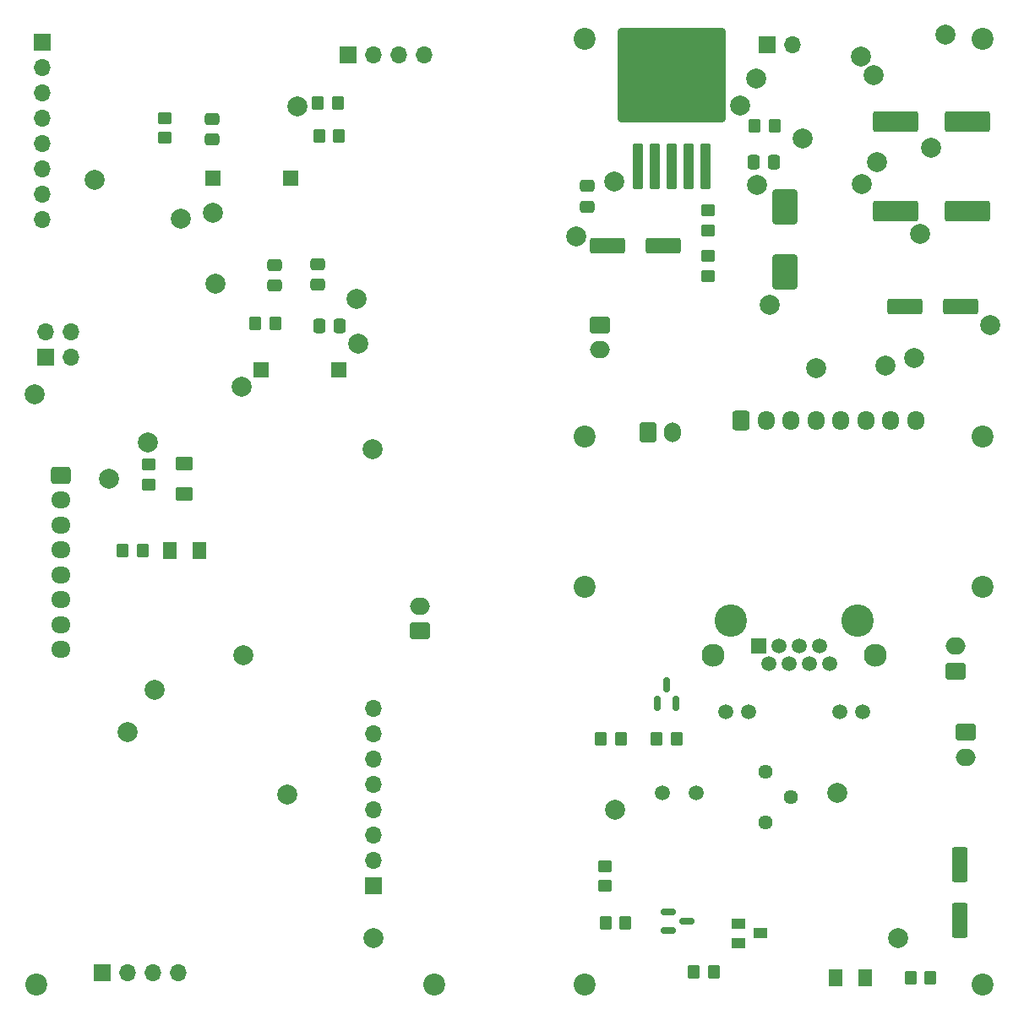
<source format=gbr>
%TF.GenerationSoftware,KiCad,Pcbnew,7.0.9*%
%TF.CreationDate,2023-11-16T02:53:52-05:00*%
%TF.ProjectId,SmartbikeALL,536d6172-7462-4696-9b65-414c4c2e6b69,rev?*%
%TF.SameCoordinates,Original*%
%TF.FileFunction,Soldermask,Top*%
%TF.FilePolarity,Negative*%
%FSLAX46Y46*%
G04 Gerber Fmt 4.6, Leading zero omitted, Abs format (unit mm)*
G04 Created by KiCad (PCBNEW 7.0.9) date 2023-11-16 02:53:52*
%MOMM*%
%LPD*%
G01*
G04 APERTURE LIST*
G04 Aperture macros list*
%AMRoundRect*
0 Rectangle with rounded corners*
0 $1 Rounding radius*
0 $2 $3 $4 $5 $6 $7 $8 $9 X,Y pos of 4 corners*
0 Add a 4 corners polygon primitive as box body*
4,1,4,$2,$3,$4,$5,$6,$7,$8,$9,$2,$3,0*
0 Add four circle primitives for the rounded corners*
1,1,$1+$1,$2,$3*
1,1,$1+$1,$4,$5*
1,1,$1+$1,$6,$7*
1,1,$1+$1,$8,$9*
0 Add four rect primitives between the rounded corners*
20,1,$1+$1,$2,$3,$4,$5,0*
20,1,$1+$1,$4,$5,$6,$7,0*
20,1,$1+$1,$6,$7,$8,$9,0*
20,1,$1+$1,$8,$9,$2,$3,0*%
G04 Aperture macros list end*
%ADD10C,2.200000*%
%ADD11RoundRect,0.250000X-1.000000X1.500000X-1.000000X-1.500000X1.000000X-1.500000X1.000000X1.500000X0*%
%ADD12RoundRect,0.150000X-0.587500X-0.150000X0.587500X-0.150000X0.587500X0.150000X-0.587500X0.150000X0*%
%ADD13C,3.250000*%
%ADD14R,1.500000X1.500000*%
%ADD15C,1.500000*%
%ADD16C,2.300000*%
%ADD17R,1.700000X1.700000*%
%ADD18O,1.700000X1.700000*%
%ADD19R,1.400000X1.000000*%
%ADD20C,1.440000*%
%ADD21RoundRect,0.250000X-0.450000X0.350000X-0.450000X-0.350000X0.450000X-0.350000X0.450000X0.350000X0*%
%ADD22RoundRect,0.250001X-1.999999X-0.799999X1.999999X-0.799999X1.999999X0.799999X-1.999999X0.799999X0*%
%ADD23RoundRect,0.250000X0.475000X-0.337500X0.475000X0.337500X-0.475000X0.337500X-0.475000X-0.337500X0*%
%ADD24RoundRect,0.250000X-0.750000X0.600000X-0.750000X-0.600000X0.750000X-0.600000X0.750000X0.600000X0*%
%ADD25O,2.000000X1.700000*%
%ADD26RoundRect,0.250000X0.300000X-2.050000X0.300000X2.050000X-0.300000X2.050000X-0.300000X-2.050000X0*%
%ADD27RoundRect,0.250002X5.149998X-4.449998X5.149998X4.449998X-5.149998X4.449998X-5.149998X-4.449998X0*%
%ADD28RoundRect,0.250000X-1.500000X-0.550000X1.500000X-0.550000X1.500000X0.550000X-1.500000X0.550000X0*%
%ADD29RoundRect,0.250000X0.750000X-0.600000X0.750000X0.600000X-0.750000X0.600000X-0.750000X-0.600000X0*%
%ADD30RoundRect,0.250000X-0.725000X0.600000X-0.725000X-0.600000X0.725000X-0.600000X0.725000X0.600000X0*%
%ADD31O,1.950000X1.700000*%
%ADD32RoundRect,0.250000X-0.350000X-0.450000X0.350000X-0.450000X0.350000X0.450000X-0.350000X0.450000X0*%
%ADD33RoundRect,0.250000X0.350000X0.450000X-0.350000X0.450000X-0.350000X-0.450000X0.350000X-0.450000X0*%
%ADD34RoundRect,0.150000X0.150000X-0.587500X0.150000X0.587500X-0.150000X0.587500X-0.150000X-0.587500X0*%
%ADD35RoundRect,0.250001X-0.624999X0.462499X-0.624999X-0.462499X0.624999X-0.462499X0.624999X0.462499X0*%
%ADD36RoundRect,0.250001X0.462499X0.624999X-0.462499X0.624999X-0.462499X-0.624999X0.462499X-0.624999X0*%
%ADD37RoundRect,0.250000X-0.600000X-0.750000X0.600000X-0.750000X0.600000X0.750000X-0.600000X0.750000X0*%
%ADD38O,1.700000X2.000000*%
%ADD39RoundRect,0.250000X0.337500X0.475000X-0.337500X0.475000X-0.337500X-0.475000X0.337500X-0.475000X0*%
%ADD40RoundRect,0.250001X-0.462499X-0.624999X0.462499X-0.624999X0.462499X0.624999X-0.462499X0.624999X0*%
%ADD41RoundRect,0.250000X-0.600000X-0.725000X0.600000X-0.725000X0.600000X0.725000X-0.600000X0.725000X0*%
%ADD42O,1.700000X1.950000*%
%ADD43RoundRect,0.250000X0.550000X-1.500000X0.550000X1.500000X-0.550000X1.500000X-0.550000X-1.500000X0*%
%ADD44RoundRect,0.250000X-0.337500X-0.475000X0.337500X-0.475000X0.337500X0.475000X-0.337500X0.475000X0*%
%ADD45C,2.000000*%
G04 APERTURE END LIST*
D10*
%TO.C,H1*%
X117698000Y-121890000D03*
%TD*%
D11*
%TO.C,C7*%
X192714200Y-43933100D03*
X192714200Y-50433100D03*
%TD*%
D12*
%TO.C,Q1*%
X181038000Y-114560000D03*
X181038000Y-116460000D03*
X182913000Y-115510000D03*
%TD*%
D13*
%TO.C,J2*%
X187330000Y-85420000D03*
X200030000Y-85420000D03*
D14*
X190120000Y-87960000D03*
D15*
X191136000Y-89740000D03*
X192152000Y-87960000D03*
X193168000Y-89740000D03*
X194184000Y-87960000D03*
X195200000Y-89740000D03*
X196216000Y-87960000D03*
X197232000Y-89740000D03*
X186820000Y-94560000D03*
X189110000Y-94560000D03*
X198250000Y-94560000D03*
X200540000Y-94560000D03*
D16*
X185550000Y-88850000D03*
X201810000Y-88850000D03*
%TD*%
D10*
%TO.C,H3*%
X172698000Y-121890000D03*
%TD*%
D15*
%TO.C,R12*%
X183888000Y-102640000D03*
X180488000Y-102640000D03*
%TD*%
D17*
%TO.C,J3*%
X148988000Y-28690000D03*
D18*
X151528000Y-28690000D03*
X154068000Y-28690000D03*
X156608000Y-28690000D03*
%TD*%
D19*
%TO.C,Q2*%
X188058000Y-115790000D03*
X188058000Y-117690000D03*
X190258000Y-116740000D03*
%TD*%
D20*
%TO.C,RV1*%
X190778000Y-105600000D03*
X193318000Y-103060000D03*
X190778000Y-100520000D03*
%TD*%
D21*
%TO.C,R1*%
X184992600Y-44262600D03*
X184992600Y-46262600D03*
%TD*%
D22*
%TO.C,C9*%
X203820800Y-44297400D03*
X211020800Y-44297400D03*
%TD*%
D10*
%TO.C,H2*%
X157568000Y-121900000D03*
%TD*%
D23*
%TO.C,C1*%
X135328000Y-37167500D03*
X135328000Y-35092500D03*
%TD*%
D24*
%TO.C,JP1*%
X174223000Y-55716600D03*
D25*
X174223000Y-58216600D03*
%TD*%
D26*
%TO.C,U2*%
X177982200Y-39801600D03*
X179682200Y-39801600D03*
X181382200Y-39801600D03*
D27*
X181382200Y-30651600D03*
D26*
X183082200Y-39801600D03*
X184782200Y-39801600D03*
%TD*%
D28*
%TO.C,C12*%
X204722400Y-53924000D03*
X210322400Y-53924000D03*
%TD*%
D17*
%TO.C,J6*%
X124338000Y-120700000D03*
D18*
X126878000Y-120700000D03*
X129418000Y-120700000D03*
X131958000Y-120700000D03*
%TD*%
D24*
%TO.C,J1*%
X210838000Y-96600000D03*
D25*
X210838000Y-99100000D03*
%TD*%
D29*
%TO.C,J1*%
X156158000Y-86420000D03*
D25*
X156158000Y-83920000D03*
%TD*%
D17*
%TO.C,J5*%
X118288000Y-27360000D03*
D18*
X118288000Y-29900000D03*
X118288000Y-32440000D03*
X118288000Y-34980000D03*
X118288000Y-37520000D03*
X118288000Y-40060000D03*
X118288000Y-42600000D03*
X118288000Y-45140000D03*
%TD*%
D30*
%TO.C,JH1*%
X120208000Y-70800000D03*
D31*
X120208000Y-73300000D03*
X120208000Y-75800000D03*
X120208000Y-78300000D03*
X120208000Y-80800000D03*
X120208000Y-83300000D03*
X120208000Y-85800000D03*
X120208000Y-88300000D03*
%TD*%
D29*
%TO.C,JP1*%
X209848000Y-90470000D03*
D25*
X209848000Y-87970000D03*
%TD*%
D10*
%TO.C,H2*%
X212568000Y-82020000D03*
%TD*%
D32*
%TO.C,R2*%
X174768000Y-115690000D03*
X176768000Y-115690000D03*
%TD*%
D14*
%TO.C,SW2*%
X140238000Y-60230000D03*
X148038000Y-60230000D03*
%TD*%
D32*
%TO.C,R1*%
X126398900Y-78370000D03*
X128398900Y-78370000D03*
%TD*%
D21*
%TO.C,R2*%
X185018000Y-48825200D03*
X185018000Y-50825200D03*
%TD*%
D33*
%TO.C,R5*%
X147958000Y-33480000D03*
X145958000Y-33480000D03*
%TD*%
D34*
%TO.C,Q5*%
X179918000Y-93657500D03*
X181818000Y-93657500D03*
X180868000Y-91782500D03*
%TD*%
D23*
%TO.C,C2*%
X141600000Y-51802300D03*
X141600000Y-49727300D03*
%TD*%
D32*
%TO.C,R4*%
X139678000Y-55590000D03*
X141678000Y-55590000D03*
%TD*%
%TO.C,R10*%
X179868000Y-97270000D03*
X181868000Y-97270000D03*
%TD*%
D14*
%TO.C,SW1*%
X143238000Y-41050000D03*
X135438000Y-41050000D03*
%TD*%
D33*
%TO.C,R8*%
X207318000Y-121220000D03*
X205318000Y-121220000D03*
%TD*%
D23*
%TO.C,C3*%
X172902200Y-43861700D03*
X172902200Y-41786700D03*
%TD*%
D22*
%TO.C,C4*%
X203795400Y-35331200D03*
X210995400Y-35331200D03*
%TD*%
D35*
%TO.C,D2*%
X132528000Y-69675000D03*
X132528000Y-72650000D03*
%TD*%
D36*
%TO.C,D1*%
X134068000Y-78370000D03*
X131093000Y-78370000D03*
%TD*%
D10*
%TO.C,H2*%
X212577000Y-27025400D03*
%TD*%
D37*
%TO.C,J2*%
X178987400Y-66497000D03*
D38*
X181487400Y-66497000D03*
%TD*%
D10*
%TO.C,H1*%
X172699000Y-27025400D03*
%TD*%
%TO.C,H3*%
X172706000Y-66894000D03*
%TD*%
D17*
%TO.C,J4*%
X151488000Y-112010000D03*
D18*
X151488000Y-109470000D03*
X151488000Y-106930000D03*
X151488000Y-104390000D03*
X151488000Y-101850000D03*
X151488000Y-99310000D03*
X151488000Y-96770000D03*
X151488000Y-94230000D03*
%TD*%
D39*
%TO.C,C8*%
X191668900Y-39395200D03*
X189593900Y-39395200D03*
%TD*%
D10*
%TO.C,H4*%
X212578000Y-121890000D03*
%TD*%
D33*
%TO.C,R10*%
X148068000Y-36750000D03*
X146068000Y-36750000D03*
%TD*%
D40*
%TO.C,D1*%
X197783000Y-121170000D03*
X200758000Y-121170000D03*
%TD*%
D21*
%TO.C,R3*%
X128978000Y-69756200D03*
X128978000Y-71756200D03*
%TD*%
D10*
%TO.C,H4*%
X212576000Y-66894000D03*
%TD*%
D41*
%TO.C,J1*%
X188356800Y-65354000D03*
D42*
X190856800Y-65354000D03*
X193356800Y-65354000D03*
X195856800Y-65354000D03*
X198356800Y-65354000D03*
X200856800Y-65354000D03*
X203356800Y-65354000D03*
X205856800Y-65354000D03*
%TD*%
D23*
%TO.C,C3*%
X145918000Y-51730000D03*
X145918000Y-49655000D03*
%TD*%
D17*
%TO.C,J2*%
X118658000Y-58940000D03*
D18*
X118658000Y-56400000D03*
X121198000Y-58940000D03*
X121198000Y-56400000D03*
%TD*%
D32*
%TO.C,R9*%
X174318000Y-97270000D03*
X176318000Y-97270000D03*
%TD*%
D33*
%TO.C,R3*%
X191707600Y-35763000D03*
X189707600Y-35763000D03*
%TD*%
D43*
%TO.C,C2*%
X210268000Y-115420000D03*
X210268000Y-109820000D03*
%TD*%
D10*
%TO.C,H1*%
X172698000Y-82030000D03*
%TD*%
D28*
%TO.C,C2*%
X174979000Y-47777200D03*
X180579000Y-47777200D03*
%TD*%
D21*
%TO.C,R2*%
X130618000Y-34970000D03*
X130618000Y-36970000D03*
%TD*%
D44*
%TO.C,C4*%
X146083000Y-55830000D03*
X148158000Y-55830000D03*
%TD*%
D33*
%TO.C,R3*%
X185588000Y-120580000D03*
X183588000Y-120580000D03*
%TD*%
D21*
%TO.C,R1*%
X174708000Y-110000000D03*
X174708000Y-112000000D03*
%TD*%
D17*
%TO.C,BZ1*%
X190956600Y-27660400D03*
D18*
X193496600Y-27660400D03*
%TD*%
D45*
X135438000Y-44528900D03*
X189976000Y-41734000D03*
X207378300Y-38001700D03*
X149828000Y-53160000D03*
X123528000Y-41220000D03*
X142858000Y-102860000D03*
X191246000Y-53704000D03*
X194512500Y-37077300D03*
X151418000Y-68180000D03*
X195860000Y-60090000D03*
X143875800Y-33799700D03*
X138308000Y-61930000D03*
X150018500Y-57620000D03*
X128938000Y-67490000D03*
X132167800Y-45125900D03*
X135658000Y-51570000D03*
X151488000Y-117200000D03*
X124998000Y-71200000D03*
X206326898Y-46616938D03*
X117528000Y-62740000D03*
X126878000Y-96575200D03*
X129556900Y-92327100D03*
X213299900Y-55718600D03*
X208786000Y-26594000D03*
X201654900Y-30714633D03*
X200346000Y-28824000D03*
X205676000Y-59034000D03*
X202845500Y-59787582D03*
X175660000Y-41351800D03*
X171786000Y-46824000D03*
X189886000Y-31044000D03*
X201971345Y-39453709D03*
X188215100Y-33776500D03*
X200445500Y-41604000D03*
X204110491Y-117252491D03*
X175690700Y-104333200D03*
X197948800Y-102624000D03*
X138426100Y-88901900D03*
M02*

</source>
